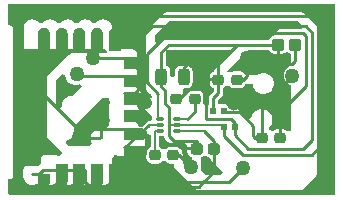
<source format=gtl>
G04*
G04 #@! TF.GenerationSoftware,Altium Limited,Altium Designer,25.4.2 (15)*
G04*
G04 Layer_Physical_Order=1*
G04 Layer_Color=255*
%FSLAX44Y44*%
%MOMM*%
G71*
G04*
G04 #@! TF.SameCoordinates,E356E3B8-936D-4008-B143-5D1E530F3DD3*
G04*
G04*
G04 #@! TF.FilePolarity,Positive*
G04*
G01*
G75*
%ADD10C,0.2500*%
%ADD13C,0.1500*%
%ADD14C,0.2540*%
G04:AMPARAMS|DCode=16|XSize=1mm|YSize=1.1mm|CornerRadius=0.25mm|HoleSize=0mm|Usage=FLASHONLY|Rotation=90.000|XOffset=0mm|YOffset=0mm|HoleType=Round|Shape=RoundedRectangle|*
%AMROUNDEDRECTD16*
21,1,1.0000,0.6000,0,0,90.0*
21,1,0.5000,1.1000,0,0,90.0*
1,1,0.5000,0.3000,0.2500*
1,1,0.5000,0.3000,-0.2500*
1,1,0.5000,-0.3000,-0.2500*
1,1,0.5000,-0.3000,0.2500*
%
%ADD16ROUNDEDRECTD16*%
G04:AMPARAMS|DCode=17|XSize=0.67mm|YSize=0.3mm|CornerRadius=0.0495mm|HoleSize=0mm|Usage=FLASHONLY|Rotation=0.000|XOffset=0mm|YOffset=0mm|HoleType=Round|Shape=RoundedRectangle|*
%AMROUNDEDRECTD17*
21,1,0.6700,0.2010,0,0,0.0*
21,1,0.5710,0.3000,0,0,0.0*
1,1,0.0990,0.2855,-0.1005*
1,1,0.0990,-0.2855,-0.1005*
1,1,0.0990,-0.2855,0.1005*
1,1,0.0990,0.2855,0.1005*
%
%ADD17ROUNDEDRECTD17*%
G04:AMPARAMS|DCode=18|XSize=0.95mm|YSize=1.05mm|CornerRadius=0.2375mm|HoleSize=0mm|Usage=FLASHONLY|Rotation=90.000|XOffset=0mm|YOffset=0mm|HoleType=Round|Shape=RoundedRectangle|*
%AMROUNDEDRECTD18*
21,1,0.9500,0.5750,0,0,90.0*
21,1,0.4750,1.0500,0,0,90.0*
1,1,0.4750,0.2875,0.2375*
1,1,0.4750,0.2875,-0.2375*
1,1,0.4750,-0.2875,-0.2375*
1,1,0.4750,-0.2875,0.2375*
%
%ADD18ROUNDEDRECTD18*%
G04:AMPARAMS|DCode=19|XSize=0.9mm|YSize=0.95mm|CornerRadius=0.225mm|HoleSize=0mm|Usage=FLASHONLY|Rotation=90.000|XOffset=0mm|YOffset=0mm|HoleType=Round|Shape=RoundedRectangle|*
%AMROUNDEDRECTD19*
21,1,0.9000,0.5000,0,0,90.0*
21,1,0.4500,0.9500,0,0,90.0*
1,1,0.4500,0.2500,0.2250*
1,1,0.4500,0.2500,-0.2250*
1,1,0.4500,-0.2500,-0.2250*
1,1,0.4500,-0.2500,0.2250*
%
%ADD19ROUNDEDRECTD19*%
G04:AMPARAMS|DCode=20|XSize=1mm|YSize=1.6mm|CornerRadius=0.25mm|HoleSize=0mm|Usage=FLASHONLY|Rotation=90.000|XOffset=0mm|YOffset=0mm|HoleType=Round|Shape=RoundedRectangle|*
%AMROUNDEDRECTD20*
21,1,1.0000,1.1000,0,0,90.0*
21,1,0.5000,1.6000,0,0,90.0*
1,1,0.5000,0.5500,0.2500*
1,1,0.5000,0.5500,-0.2500*
1,1,0.5000,-0.5500,-0.2500*
1,1,0.5000,-0.5500,0.2500*
%
%ADD20ROUNDEDRECTD20*%
G04:AMPARAMS|DCode=21|XSize=1.6mm|YSize=1mm|CornerRadius=0.25mm|HoleSize=0mm|Usage=FLASHONLY|Rotation=90.000|XOffset=0mm|YOffset=0mm|HoleType=Round|Shape=RoundedRectangle|*
%AMROUNDEDRECTD21*
21,1,1.6000,0.5000,0,0,90.0*
21,1,1.1000,1.0000,0,0,90.0*
1,1,0.5000,0.2500,0.5500*
1,1,0.5000,0.2500,-0.5500*
1,1,0.5000,-0.2500,-0.5500*
1,1,0.5000,-0.2500,0.5500*
%
%ADD21ROUNDEDRECTD21*%
G04:AMPARAMS|DCode=22|XSize=0.55mm|YSize=0.5mm|CornerRadius=0.0625mm|HoleSize=0mm|Usage=FLASHONLY|Rotation=90.000|XOffset=0mm|YOffset=0mm|HoleType=Round|Shape=RoundedRectangle|*
%AMROUNDEDRECTD22*
21,1,0.5500,0.3750,0,0,90.0*
21,1,0.4250,0.5000,0,0,90.0*
1,1,0.1250,0.1875,0.2125*
1,1,0.1250,0.1875,-0.2125*
1,1,0.1250,-0.1875,-0.2125*
1,1,0.1250,-0.1875,0.2125*
%
%ADD22ROUNDEDRECTD22*%
G04:AMPARAMS|DCode=23|XSize=1.4mm|YSize=1mm|CornerRadius=0.25mm|HoleSize=0mm|Usage=FLASHONLY|Rotation=90.000|XOffset=0mm|YOffset=0mm|HoleType=Round|Shape=RoundedRectangle|*
%AMROUNDEDRECTD23*
21,1,1.4000,0.5000,0,0,90.0*
21,1,0.9000,1.0000,0,0,90.0*
1,1,0.5000,0.2500,0.4500*
1,1,0.5000,0.2500,-0.4500*
1,1,0.5000,-0.2500,-0.4500*
1,1,0.5000,-0.2500,0.4500*
%
%ADD23ROUNDEDRECTD23*%
G04:AMPARAMS|DCode=27|XSize=0.9mm|YSize=1mm|CornerRadius=0.225mm|HoleSize=0mm|Usage=FLASHONLY|Rotation=90.000|XOffset=0mm|YOffset=0mm|HoleType=Round|Shape=RoundedRectangle|*
%AMROUNDEDRECTD27*
21,1,0.9000,0.5500,0,0,90.0*
21,1,0.4500,1.0000,0,0,90.0*
1,1,0.4500,0.2750,0.2250*
1,1,0.4500,0.2750,-0.2250*
1,1,0.4500,-0.2750,-0.2250*
1,1,0.4500,-0.2750,0.2250*
%
%ADD27ROUNDEDRECTD27*%
%ADD33C,0.2413*%
%ADD34C,1.0500*%
%ADD35C,1.3000*%
%ADD36C,1.2700*%
G36*
X278638Y254D02*
X4256D01*
X2032Y1016D01*
Y13904D01*
X3464D01*
X4455Y14101D01*
X5295Y14663D01*
X5857Y15503D01*
X6054Y16494D01*
Y141494D01*
X5857Y142485D01*
X5295Y143325D01*
X4455Y143887D01*
X3464Y144084D01*
X2032D01*
Y162052D01*
X278638D01*
Y254D01*
D02*
G37*
%LPC*%
G36*
X248920Y155777D02*
X137160D01*
X135673Y155481D01*
X134413Y154639D01*
X119935Y140161D01*
X119093Y138901D01*
X118797Y137414D01*
Y114954D01*
X118809Y114939D01*
X118957Y114723D01*
X119094Y114500D01*
X119219Y114270D01*
X119331Y114034D01*
X119432Y113792D01*
X119519Y113545D01*
X119593Y113294D01*
X119654Y113040D01*
X119702Y112782D01*
X119736Y112523D01*
X119757Y112262D01*
X119764Y112000D01*
X119757Y111738D01*
X119736Y111477D01*
X119702Y111218D01*
X119654Y110960D01*
X119593Y110706D01*
X119519Y110455D01*
X119432Y110208D01*
X119331Y109966D01*
X119219Y109730D01*
X119094Y109500D01*
X118957Y109277D01*
X118809Y109061D01*
X118797Y109046D01*
Y99954D01*
X118809Y99939D01*
X118957Y99723D01*
X119094Y99500D01*
X119219Y99270D01*
X119331Y99034D01*
X119432Y98792D01*
X119519Y98545D01*
X119593Y98294D01*
X119654Y98040D01*
X119702Y97782D01*
X119736Y97523D01*
X119757Y97262D01*
X119764Y97000D01*
X119757Y96738D01*
X119736Y96477D01*
X119702Y96218D01*
X119654Y95960D01*
X119593Y95706D01*
X119519Y95455D01*
X119432Y95208D01*
X119331Y94966D01*
X119219Y94730D01*
X119094Y94500D01*
X118957Y94277D01*
X118809Y94061D01*
X118797Y94046D01*
Y91440D01*
X119093Y89953D01*
X119935Y88693D01*
X122475Y86153D01*
X122915Y85859D01*
X123424Y83348D01*
X123337Y82801D01*
X123236Y82700D01*
X121202Y82086D01*
X120368Y81976D01*
X119724Y82620D01*
X119736Y82523D01*
X119757Y82262D01*
X119764Y82000D01*
X119757Y81738D01*
X119736Y81477D01*
X119702Y81218D01*
X119654Y80960D01*
X119593Y80706D01*
X119519Y80455D01*
X119432Y80208D01*
X119331Y79966D01*
X119219Y79730D01*
X119094Y79500D01*
X118957Y79277D01*
X118809Y79061D01*
X118649Y78853D01*
X118479Y78654D01*
X118299Y78464D01*
X118109Y78284D01*
X117910Y78114D01*
X117703Y77955D01*
X117487Y77807D01*
X117264Y77670D01*
X117034Y77545D01*
X116797Y77432D01*
X116556Y77332D01*
X116309Y77245D01*
X116058Y77170D01*
X115803Y77109D01*
X115546Y77062D01*
X115286Y77027D01*
X115025Y77007D01*
X114764Y77000D01*
X114356D01*
X123745Y67611D01*
X124163Y67332D01*
X123967Y64856D01*
X121920Y63321D01*
X120433Y63025D01*
X119173Y62183D01*
X114969Y57979D01*
X114473Y57906D01*
X113944Y57932D01*
X113581Y58046D01*
X112202Y58775D01*
X112170Y58836D01*
X112160Y58904D01*
X112073Y59151D01*
X112038Y59209D01*
X112024Y59277D01*
X111924Y59519D01*
X111886Y59576D01*
X111869Y59642D01*
X111757Y59879D01*
X111715Y59934D01*
X111695Y60000D01*
X111570Y60230D01*
X111526Y60283D01*
X111502Y60347D01*
X111365Y60570D01*
X111319Y60621D01*
X111292Y60684D01*
X111143Y60900D01*
X111094Y60948D01*
X111064Y61009D01*
X110904Y61217D01*
X110853Y61262D01*
X110819Y61322D01*
X110649Y61522D01*
X110595Y61564D01*
X110558Y61622D01*
X110378Y61812D01*
X110322Y61852D01*
X110282Y61908D01*
X110185Y62000D01*
X99764D01*
Y72000D01*
X112536D01*
X112518Y72220D01*
X112500Y72286D01*
X112504Y72355D01*
X112470Y72614D01*
X112448Y72679D01*
X112449Y72748D01*
X112401Y73006D01*
X112376Y73069D01*
X112373Y73138D01*
X112312Y73393D01*
X112283Y73455D01*
X112277Y73524D01*
X112202Y73775D01*
X112170Y73836D01*
X112160Y73904D01*
X112073Y74151D01*
X112038Y74209D01*
X112024Y74277D01*
X111924Y74519D01*
X111886Y74576D01*
X111869Y74642D01*
X111757Y74879D01*
X111715Y74934D01*
X111695Y75000D01*
X111570Y75230D01*
X111526Y75283D01*
X111502Y75347D01*
X111365Y75570D01*
X111319Y75621D01*
X111292Y75684D01*
X111143Y75900D01*
X111094Y75948D01*
X111064Y76009D01*
X110904Y76217D01*
X110853Y76262D01*
X110819Y76322D01*
X110649Y76522D01*
X110595Y76564D01*
X110558Y76622D01*
X110378Y76812D01*
X110393Y77000D01*
X99764D01*
Y87000D01*
X114764D01*
X115025Y86993D01*
X115286Y86973D01*
X115384Y86960D01*
X113103Y89241D01*
X111842Y90083D01*
X111626Y90126D01*
X111570Y90230D01*
X111526Y90283D01*
X111502Y90347D01*
X111365Y90570D01*
X111319Y90621D01*
X111292Y90684D01*
X111143Y90900D01*
X111094Y90948D01*
X111064Y91009D01*
X110904Y91217D01*
X110853Y91263D01*
X110819Y91323D01*
X110649Y91522D01*
X110595Y91564D01*
X110558Y91622D01*
X110378Y91812D01*
X110322Y91852D01*
X110282Y91908D01*
X110185Y92000D01*
X99764D01*
Y102000D01*
X112536D01*
X112518Y102220D01*
X112500Y102286D01*
X112504Y102355D01*
X112470Y102614D01*
X112448Y102679D01*
X112449Y102748D01*
X112401Y103006D01*
X112376Y103069D01*
X112373Y103138D01*
X112312Y103392D01*
X112283Y103455D01*
X112277Y103524D01*
X112202Y103775D01*
X112170Y103836D01*
X112160Y103904D01*
X112073Y104150D01*
X112038Y104209D01*
X112024Y104277D01*
X111924Y104519D01*
X111886Y104576D01*
X111869Y104642D01*
X111757Y104879D01*
X111715Y104934D01*
X111695Y105000D01*
X111570Y105230D01*
X111526Y105283D01*
X111502Y105347D01*
X111365Y105570D01*
X111319Y105621D01*
X111292Y105684D01*
X111144Y105900D01*
X111094Y105948D01*
X111064Y106010D01*
X110904Y106217D01*
X110853Y106263D01*
X110819Y106323D01*
X110649Y106522D01*
X110595Y106564D01*
X110558Y106622D01*
X110378Y106812D01*
X110322Y106852D01*
X110282Y106908D01*
X110185Y107000D01*
X99764D01*
Y117000D01*
X112536D01*
X112518Y117220D01*
X112500Y117286D01*
X112504Y117355D01*
X112470Y117614D01*
X112448Y117679D01*
X112449Y117748D01*
X112401Y118006D01*
X112376Y118069D01*
X112373Y118138D01*
X112312Y118392D01*
X112283Y118455D01*
X112277Y118524D01*
X112202Y118775D01*
X112170Y118836D01*
X112160Y118904D01*
X112073Y119150D01*
X112038Y119209D01*
X112024Y119277D01*
X111924Y119519D01*
X111886Y119576D01*
X111869Y119642D01*
X111757Y119879D01*
X111715Y119934D01*
X111695Y120000D01*
X111570Y120230D01*
X111526Y120283D01*
X111502Y120347D01*
X111365Y120570D01*
X111319Y120621D01*
X111292Y120684D01*
X111144Y120900D01*
X111094Y120948D01*
X111064Y121010D01*
X110904Y121217D01*
X110853Y121263D01*
X110819Y121322D01*
X110649Y121522D01*
X110595Y121564D01*
X110558Y121622D01*
X110378Y121812D01*
X110322Y121852D01*
X110282Y121908D01*
X110092Y122088D01*
X110034Y122125D01*
X109992Y122179D01*
X109793Y122349D01*
X109733Y122383D01*
X109687Y122434D01*
X109479Y122594D01*
X109418Y122624D01*
X109370Y122673D01*
X109154Y122822D01*
X109091Y122849D01*
X109040Y122896D01*
X108817Y123032D01*
X108753Y123056D01*
X108700Y123100D01*
X108470Y123225D01*
X108404Y123245D01*
X108349Y123287D01*
X108113Y123399D01*
X108046Y123416D01*
X107989Y123454D01*
X107747Y123554D01*
X107695Y123565D01*
X107431Y123742D01*
X105464Y124133D01*
X97264D01*
Y122000D01*
X87264D01*
Y137000D01*
X87271Y137262D01*
X87291Y137523D01*
X87325Y137782D01*
X87373Y138040D01*
X87434Y138294D01*
X87508Y138545D01*
X87596Y138792D01*
X87696Y139034D01*
X87809Y139270D01*
X87934Y139500D01*
X88070Y139723D01*
X88219Y139939D01*
X88378Y140147D01*
X88548Y140346D01*
X88728Y140535D01*
X88918Y140716D01*
X89117Y140886D01*
X89325Y141045D01*
X89541Y141193D01*
X89764Y141330D01*
X89994Y141455D01*
X90103Y141507D01*
Y141994D01*
X89712Y143961D01*
X89535Y144225D01*
X89524Y144277D01*
X89424Y144519D01*
X89386Y144576D01*
X89369Y144643D01*
X89256Y144879D01*
X89215Y144934D01*
X89195Y145000D01*
X89070Y145230D01*
X89026Y145283D01*
X89002Y145347D01*
X88866Y145570D01*
X88819Y145621D01*
X88792Y145684D01*
X88643Y145900D01*
X88594Y145948D01*
X88564Y146010D01*
X88404Y146217D01*
X88353Y146263D01*
X88319Y146322D01*
X88149Y146522D01*
X88095Y146564D01*
X88058Y146622D01*
X87878Y146812D01*
X87822Y146852D01*
X87782Y146908D01*
X87592Y147088D01*
X87534Y147125D01*
X87492Y147179D01*
X87292Y147349D01*
X87233Y147383D01*
X87187Y147434D01*
X86980Y147594D01*
X86918Y147624D01*
X86870Y147673D01*
X86654Y147822D01*
X86591Y147849D01*
X86540Y147896D01*
X86317Y148032D01*
X86253Y148056D01*
X86200Y148100D01*
X85970Y148225D01*
X85904Y148245D01*
X85849Y148287D01*
X85613Y148399D01*
X85546Y148416D01*
X85489Y148454D01*
X85247Y148554D01*
X85179Y148568D01*
X85120Y148603D01*
X84874Y148691D01*
X84805Y148700D01*
X84745Y148732D01*
X84494Y148807D01*
X84425Y148813D01*
X84363Y148842D01*
X84108Y148903D01*
X84039Y148906D01*
X83975Y148931D01*
X83718Y148979D01*
X83649Y148978D01*
X83584Y149000D01*
X83325Y149034D01*
X83256Y149030D01*
X83190Y149048D01*
X82929Y149069D01*
X82860Y149061D01*
X82793Y149076D01*
X82532Y149083D01*
X82464Y149071D01*
X82396Y149083D01*
X82135Y149076D01*
X82067Y149061D01*
X81999Y149069D01*
X81738Y149048D01*
X81672Y149030D01*
X81603Y149034D01*
X81344Y149000D01*
X81279Y148978D01*
X81210Y148979D01*
X80953Y148931D01*
X80889Y148906D01*
X80820Y148903D01*
X80565Y148842D01*
X80503Y148813D01*
X80434Y148807D01*
X80183Y148732D01*
X80122Y148700D01*
X80055Y148691D01*
X79808Y148603D01*
X79749Y148568D01*
X79681Y148554D01*
X79439Y148454D01*
X79382Y148416D01*
X79315Y148399D01*
X79079Y148287D01*
X79024Y148245D01*
X78958Y148225D01*
X78728Y148100D01*
X78675Y148056D01*
X78611Y148032D01*
X78388Y147896D01*
X78337Y147849D01*
X78274Y147822D01*
X78058Y147673D01*
X78010Y147624D01*
X77948Y147594D01*
X77741Y147434D01*
X77695Y147383D01*
X77635Y147349D01*
X77436Y147179D01*
X77394Y147125D01*
X77336Y147088D01*
X77146Y146908D01*
X77106Y146852D01*
X77050Y146812D01*
X76870Y146622D01*
X76833Y146564D01*
X76779Y146522D01*
X76609Y146323D01*
X76575Y146263D01*
X76524Y146217D01*
X76364Y146009D01*
X75679Y145817D01*
X75347Y145772D01*
X75067Y145744D01*
X74861D01*
X74577Y145773D01*
X74250Y145817D01*
X73564Y146010D01*
X73404Y146217D01*
X73353Y146263D01*
X73319Y146322D01*
X73149Y146522D01*
X73095Y146564D01*
X73058Y146622D01*
X72878Y146812D01*
X72822Y146852D01*
X72782Y146908D01*
X72592Y147088D01*
X72534Y147125D01*
X72492Y147179D01*
X72293Y147349D01*
X72233Y147382D01*
X72187Y147434D01*
X71979Y147594D01*
X71918Y147624D01*
X71870Y147673D01*
X71654Y147822D01*
X71591Y147849D01*
X71540Y147896D01*
X71317Y148032D01*
X71253Y148056D01*
X71200Y148100D01*
X70970Y148225D01*
X70904Y148245D01*
X70849Y148287D01*
X70613Y148399D01*
X70546Y148416D01*
X70489Y148454D01*
X70247Y148554D01*
X70179Y148568D01*
X70120Y148603D01*
X69873Y148691D01*
X69805Y148700D01*
X69745Y148732D01*
X69494Y148807D01*
X69425Y148813D01*
X69363Y148842D01*
X69108Y148903D01*
X69040Y148906D01*
X68976Y148931D01*
X68718Y148979D01*
X68649Y148978D01*
X68584Y149000D01*
X68325Y149034D01*
X68256Y149030D01*
X68190Y149048D01*
X67929Y149069D01*
X67860Y149061D01*
X67793Y149076D01*
X67532Y149083D01*
X67464Y149071D01*
X67396Y149083D01*
X67135Y149076D01*
X67067Y149061D01*
X66999Y149069D01*
X66738Y149048D01*
X66672Y149030D01*
X66603Y149034D01*
X66344Y149000D01*
X66279Y148978D01*
X66210Y148979D01*
X65953Y148931D01*
X65889Y148906D01*
X65820Y148903D01*
X65565Y148842D01*
X65503Y148813D01*
X65434Y148807D01*
X65183Y148732D01*
X65123Y148700D01*
X65054Y148691D01*
X64808Y148603D01*
X64749Y148568D01*
X64681Y148554D01*
X64439Y148454D01*
X64382Y148416D01*
X64315Y148399D01*
X64079Y148286D01*
X64024Y148245D01*
X63958Y148225D01*
X63728Y148100D01*
X63675Y148056D01*
X63611Y148032D01*
X63388Y147896D01*
X63337Y147849D01*
X63274Y147822D01*
X63058Y147673D01*
X63010Y147624D01*
X62948Y147594D01*
X62741Y147434D01*
X62695Y147383D01*
X62635Y147349D01*
X62436Y147179D01*
X62394Y147125D01*
X62336Y147088D01*
X62146Y146908D01*
X62106Y146852D01*
X62050Y146812D01*
X61870Y146622D01*
X61833Y146564D01*
X61779Y146522D01*
X61609Y146322D01*
X61575Y146263D01*
X61524Y146217D01*
X61364Y146010D01*
X60678Y145817D01*
X60350Y145772D01*
X60067Y145744D01*
X59861D01*
X59578Y145772D01*
X59250Y145817D01*
X58564Y146010D01*
X58404Y146217D01*
X58353Y146263D01*
X58319Y146322D01*
X58149Y146522D01*
X58095Y146564D01*
X58058Y146622D01*
X57878Y146812D01*
X57822Y146852D01*
X57782Y146908D01*
X57592Y147088D01*
X57534Y147125D01*
X57492Y147179D01*
X57293Y147349D01*
X57232Y147383D01*
X57187Y147434D01*
X56979Y147594D01*
X56918Y147624D01*
X56870Y147673D01*
X56654Y147822D01*
X56591Y147849D01*
X56540Y147896D01*
X56317Y148032D01*
X56253Y148056D01*
X56200Y148100D01*
X55970Y148225D01*
X55904Y148245D01*
X55849Y148287D01*
X55613Y148399D01*
X55546Y148416D01*
X55489Y148454D01*
X55247Y148554D01*
X55179Y148568D01*
X55120Y148603D01*
X54874Y148691D01*
X54805Y148700D01*
X54745Y148732D01*
X54494Y148807D01*
X54425Y148813D01*
X54363Y148842D01*
X54108Y148903D01*
X54040Y148906D01*
X53976Y148931D01*
X53718Y148979D01*
X53649Y148978D01*
X53584Y149000D01*
X53325Y149034D01*
X53256Y149030D01*
X53190Y149048D01*
X52929Y149069D01*
X52860Y149061D01*
X52793Y149076D01*
X52532Y149083D01*
X52464Y149071D01*
X52396Y149083D01*
X52135Y149076D01*
X52067Y149061D01*
X51999Y149069D01*
X51738Y149048D01*
X51672Y149030D01*
X51603Y149034D01*
X51344Y149000D01*
X51279Y148978D01*
X51210Y148979D01*
X50953Y148931D01*
X50889Y148906D01*
X50820Y148903D01*
X50565Y148842D01*
X50503Y148813D01*
X50434Y148807D01*
X50183Y148732D01*
X50122Y148700D01*
X50054Y148691D01*
X49808Y148603D01*
X49749Y148568D01*
X49681Y148554D01*
X49439Y148454D01*
X49382Y148416D01*
X49315Y148399D01*
X49079Y148287D01*
X49024Y148245D01*
X48958Y148225D01*
X48728Y148100D01*
X48675Y148056D01*
X48611Y148032D01*
X48388Y147896D01*
X48337Y147849D01*
X48274Y147822D01*
X48058Y147673D01*
X48010Y147624D01*
X47948Y147594D01*
X47741Y147434D01*
X47695Y147383D01*
X47635Y147349D01*
X47436Y147179D01*
X47394Y147125D01*
X47336Y147088D01*
X47146Y146908D01*
X47106Y146852D01*
X47050Y146812D01*
X46870Y146622D01*
X46833Y146564D01*
X46779Y146522D01*
X46609Y146322D01*
X46575Y146263D01*
X46524Y146217D01*
X46364Y146010D01*
X45678Y145817D01*
X45350Y145772D01*
X45067Y145744D01*
X44861D01*
X44578Y145772D01*
X44250Y145817D01*
X43564Y146010D01*
X43404Y146217D01*
X43353Y146263D01*
X43319Y146322D01*
X43149Y146522D01*
X43095Y146564D01*
X43058Y146622D01*
X42878Y146812D01*
X42822Y146852D01*
X42782Y146908D01*
X42592Y147088D01*
X42534Y147125D01*
X42491Y147179D01*
X42292Y147349D01*
X42232Y147383D01*
X42187Y147434D01*
X41979Y147594D01*
X41918Y147624D01*
X41870Y147673D01*
X41654Y147822D01*
X41591Y147849D01*
X41540Y147896D01*
X41317Y148032D01*
X41252Y148056D01*
X41200Y148100D01*
X40970Y148225D01*
X40904Y148245D01*
X40849Y148287D01*
X40613Y148399D01*
X40546Y148416D01*
X40489Y148454D01*
X40247Y148554D01*
X40179Y148568D01*
X40120Y148603D01*
X39873Y148691D01*
X39805Y148700D01*
X39745Y148732D01*
X39494Y148807D01*
X39425Y148813D01*
X39363Y148842D01*
X39108Y148903D01*
X39039Y148906D01*
X38976Y148931D01*
X38718Y148979D01*
X38649Y148978D01*
X38584Y149000D01*
X38325Y149034D01*
X38256Y149030D01*
X38190Y149048D01*
X37929Y149069D01*
X37861Y149061D01*
X37793Y149076D01*
X37532Y149083D01*
X37464Y149071D01*
X37396Y149083D01*
X37135Y149076D01*
X37067Y149061D01*
X36999Y149069D01*
X36738Y149048D01*
X36672Y149030D01*
X36603Y149034D01*
X36344Y149000D01*
X36279Y148978D01*
X36210Y148979D01*
X35952Y148931D01*
X35889Y148906D01*
X35820Y148903D01*
X35565Y148842D01*
X35503Y148813D01*
X35434Y148807D01*
X35183Y148732D01*
X35123Y148700D01*
X35055Y148691D01*
X34808Y148603D01*
X34748Y148568D01*
X34681Y148554D01*
X34439Y148454D01*
X34382Y148416D01*
X34315Y148399D01*
X34079Y148287D01*
X34024Y148245D01*
X33958Y148225D01*
X33728Y148100D01*
X33675Y148056D01*
X33611Y148032D01*
X33388Y147896D01*
X33337Y147849D01*
X33274Y147822D01*
X33058Y147673D01*
X33010Y147624D01*
X32948Y147594D01*
X32741Y147434D01*
X32695Y147383D01*
X32635Y147349D01*
X32436Y147179D01*
X32394Y147125D01*
X32336Y147088D01*
X32146Y146908D01*
X32106Y146852D01*
X32050Y146812D01*
X31870Y146622D01*
X31833Y146564D01*
X31779Y146522D01*
X31609Y146322D01*
X31575Y146263D01*
X31524Y146217D01*
X31364Y146010D01*
X30678Y145817D01*
X30350Y145772D01*
X30067Y145744D01*
X29860D01*
X29578Y145772D01*
X29250Y145817D01*
X28564Y146010D01*
X28404Y146217D01*
X28353Y146263D01*
X28319Y146322D01*
X28149Y146522D01*
X28095Y146564D01*
X28058Y146622D01*
X27878Y146812D01*
X27822Y146852D01*
X27782Y146908D01*
X27592Y147088D01*
X27534Y147125D01*
X27492Y147179D01*
X27292Y147349D01*
X27232Y147383D01*
X27187Y147434D01*
X26979Y147594D01*
X26918Y147624D01*
X26870Y147673D01*
X26654Y147822D01*
X26591Y147849D01*
X26540Y147896D01*
X26317Y148032D01*
X26253Y148056D01*
X26200Y148100D01*
X25970Y148225D01*
X25904Y148245D01*
X25849Y148287D01*
X25613Y148399D01*
X25546Y148416D01*
X25489Y148454D01*
X25247Y148554D01*
X25179Y148568D01*
X25120Y148603D01*
X24873Y148691D01*
X24805Y148700D01*
X24745Y148732D01*
X24494Y148807D01*
X24425Y148813D01*
X24363Y148842D01*
X24108Y148903D01*
X24039Y148906D01*
X23976Y148931D01*
X23718Y148979D01*
X23649Y148978D01*
X23584Y149000D01*
X23325Y149034D01*
X23256Y149030D01*
X23190Y149048D01*
X22929Y149069D01*
X22861Y149061D01*
X22793Y149076D01*
X22532Y149083D01*
X22464Y149071D01*
X22396Y149083D01*
X22135Y149076D01*
X22067Y149061D01*
X21999Y149069D01*
X21738Y149048D01*
X21672Y149030D01*
X21603Y149034D01*
X21344Y149000D01*
X21279Y148978D01*
X21210Y148979D01*
X20952Y148931D01*
X20889Y148906D01*
X20820Y148903D01*
X20565Y148842D01*
X20503Y148813D01*
X20434Y148807D01*
X20183Y148732D01*
X20123Y148700D01*
X20055Y148691D01*
X19808Y148603D01*
X19749Y148568D01*
X19681Y148554D01*
X19439Y148454D01*
X19382Y148416D01*
X19315Y148399D01*
X19079Y148287D01*
X19024Y148245D01*
X18958Y148225D01*
X18728Y148100D01*
X18675Y148056D01*
X18611Y148032D01*
X18388Y147896D01*
X18337Y147849D01*
X18274Y147822D01*
X18058Y147673D01*
X18010Y147624D01*
X17948Y147594D01*
X17741Y147434D01*
X17695Y147383D01*
X17635Y147349D01*
X17436Y147179D01*
X17394Y147125D01*
X17336Y147088D01*
X17146Y146908D01*
X17106Y146852D01*
X17050Y146812D01*
X16870Y146622D01*
X16833Y146564D01*
X16779Y146522D01*
X16609Y146322D01*
X16575Y146263D01*
X16524Y146217D01*
X16364Y146010D01*
X16334Y145948D01*
X16285Y145900D01*
X16136Y145684D01*
X16109Y145621D01*
X16063Y145570D01*
X15926Y145347D01*
X15902Y145283D01*
X15858Y145230D01*
X15733Y145000D01*
X15713Y144934D01*
X15671Y144879D01*
X15559Y144643D01*
X15542Y144576D01*
X15504Y144519D01*
X15403Y144277D01*
X15393Y144225D01*
X15216Y143961D01*
X14825Y141994D01*
Y130994D01*
X14874Y130747D01*
Y126494D01*
X15071Y125503D01*
X15633Y124663D01*
X16473Y124101D01*
X17464Y123904D01*
X27264D01*
Y137000D01*
X27271Y137262D01*
X27291Y137523D01*
X27325Y137782D01*
X27373Y138040D01*
X27434Y138294D01*
X27508Y138545D01*
X27596Y138792D01*
X27696Y139034D01*
X27809Y139270D01*
X27934Y139500D01*
X28070Y139723D01*
X28219Y139939D01*
X28378Y140147D01*
X28548Y140346D01*
X28728Y140535D01*
X28918Y140716D01*
X29117Y140886D01*
X29325Y141045D01*
X29541Y141193D01*
X29764Y141330D01*
X29994Y141455D01*
X30230Y141568D01*
X30472Y141668D01*
X30719Y141755D01*
X30970Y141830D01*
X31224Y141891D01*
X31481Y141938D01*
X31741Y141973D01*
X32002Y141993D01*
X32264Y142000D01*
X32525Y141993D01*
X32786Y141973D01*
X33046Y141938D01*
X33303Y141891D01*
X33558Y141830D01*
X33809Y141755D01*
X34056Y141668D01*
X34297Y141568D01*
X34534Y141455D01*
X34764Y141330D01*
X34987Y141193D01*
X35203Y141045D01*
X35410Y140886D01*
X35609Y140716D01*
X35799Y140535D01*
X35979Y140346D01*
X36149Y140147D01*
X36309Y139939D01*
X36457Y139723D01*
X36594Y139500D01*
X36719Y139270D01*
X36831Y139034D01*
X36932Y138792D01*
X37019Y138545D01*
X37093Y138294D01*
X37155Y138040D01*
X37202Y137782D01*
X37236Y137523D01*
X37257Y137262D01*
X37264Y137000D01*
Y123904D01*
X42264D01*
Y137000D01*
X42271Y137262D01*
X42291Y137523D01*
X42325Y137782D01*
X42373Y138040D01*
X42434Y138294D01*
X42508Y138545D01*
X42596Y138792D01*
X42696Y139034D01*
X42809Y139270D01*
X42934Y139500D01*
X43070Y139723D01*
X43219Y139939D01*
X43378Y140147D01*
X43548Y140346D01*
X43728Y140535D01*
X43918Y140716D01*
X44117Y140886D01*
X44325Y141045D01*
X44541Y141193D01*
X44764Y141330D01*
X44994Y141455D01*
X45230Y141568D01*
X45472Y141668D01*
X45719Y141755D01*
X45970Y141830D01*
X46224Y141891D01*
X46481Y141938D01*
X46741Y141973D01*
X47002Y141993D01*
X47264Y142000D01*
X47525Y141993D01*
X47786Y141973D01*
X48046Y141938D01*
X48303Y141891D01*
X48558Y141830D01*
X48809Y141755D01*
X49056Y141668D01*
X49297Y141568D01*
X49534Y141455D01*
X49764Y141330D01*
X49987Y141193D01*
X50203Y141045D01*
X50410Y140886D01*
X50609Y140716D01*
X50799Y140535D01*
X50979Y140346D01*
X51150Y140147D01*
X51309Y139939D01*
X51457Y139723D01*
X51594Y139500D01*
X51719Y139270D01*
X51831Y139034D01*
X51932Y138792D01*
X52019Y138545D01*
X52093Y138294D01*
X52154Y138040D01*
X52202Y137782D01*
X52236Y137523D01*
X52257Y137262D01*
X52264Y137000D01*
Y123904D01*
X57264D01*
Y137000D01*
X57271Y137262D01*
X57291Y137523D01*
X57325Y137782D01*
X57373Y138040D01*
X57434Y138294D01*
X57508Y138545D01*
X57596Y138792D01*
X57696Y139034D01*
X57809Y139270D01*
X57934Y139500D01*
X58070Y139723D01*
X58219Y139939D01*
X58378Y140147D01*
X58548Y140346D01*
X58728Y140535D01*
X58918Y140716D01*
X59117Y140886D01*
X59325Y141045D01*
X59541Y141193D01*
X59764Y141330D01*
X59994Y141455D01*
X60230Y141568D01*
X60472Y141668D01*
X60719Y141755D01*
X60970Y141830D01*
X61224Y141891D01*
X61481Y141938D01*
X61741Y141973D01*
X62002Y141993D01*
X62264Y142000D01*
X62525Y141993D01*
X62786Y141973D01*
X63046Y141938D01*
X63303Y141891D01*
X63558Y141830D01*
X63809Y141755D01*
X64056Y141668D01*
X64297Y141568D01*
X64534Y141455D01*
X64764Y141330D01*
X64987Y141193D01*
X65203Y141045D01*
X65410Y140886D01*
X65609Y140716D01*
X65799Y140535D01*
X65979Y140346D01*
X66149Y140147D01*
X66309Y139939D01*
X66457Y139723D01*
X66594Y139500D01*
X66719Y139270D01*
X66831Y139034D01*
X66932Y138792D01*
X67019Y138545D01*
X67093Y138294D01*
X67154Y138040D01*
X67202Y137782D01*
X67236Y137523D01*
X67257Y137262D01*
X67264Y137000D01*
Y123904D01*
X72264D01*
Y137000D01*
X72271Y137262D01*
X72291Y137523D01*
X72325Y137782D01*
X72373Y138040D01*
X72434Y138294D01*
X72508Y138545D01*
X72596Y138792D01*
X72696Y139034D01*
X72809Y139270D01*
X72934Y139500D01*
X73070Y139723D01*
X73219Y139939D01*
X73378Y140147D01*
X73548Y140346D01*
X73728Y140535D01*
X73918Y140716D01*
X74117Y140886D01*
X74325Y141045D01*
X74541Y141193D01*
X74764Y141330D01*
X74994Y141455D01*
X75230Y141568D01*
X75472Y141668D01*
X75719Y141755D01*
X75970Y141830D01*
X76224Y141891D01*
X76482Y141938D01*
X76741Y141973D01*
X77002Y141993D01*
X77264Y142000D01*
X77525Y141993D01*
X77786Y141973D01*
X78046Y141938D01*
X78303Y141891D01*
X78558Y141830D01*
X78809Y141755D01*
X79056Y141668D01*
X79297Y141568D01*
X79534Y141455D01*
X79764Y141330D01*
X79987Y141193D01*
X80203Y141045D01*
X80410Y140886D01*
X80609Y140716D01*
X80799Y140535D01*
X80979Y140346D01*
X81149Y140147D01*
X81309Y139939D01*
X81457Y139723D01*
X81594Y139500D01*
X81719Y139270D01*
X81832Y139034D01*
X81932Y138792D01*
X82019Y138545D01*
X82093Y138294D01*
X82154Y138040D01*
X82202Y137782D01*
X82236Y137523D01*
X82257Y137262D01*
X82264Y137000D01*
Y123904D01*
X84032D01*
X85600Y121420D01*
X85056Y120379D01*
X55880D01*
X54393Y120083D01*
X53133Y119241D01*
X36115Y102223D01*
X35273Y100963D01*
X34977Y99476D01*
Y61226D01*
Y50800D01*
X35273Y49313D01*
X36115Y48053D01*
X47544Y36624D01*
X47522Y35902D01*
X46679Y33981D01*
X44294Y33326D01*
X43455Y33887D01*
X42464Y34084D01*
X32464D01*
X31473Y33887D01*
X30633Y33325D01*
X30071Y32485D01*
X29874Y31494D01*
Y27240D01*
X29825Y26994D01*
X29579Y26615D01*
X27464Y25084D01*
X25435D01*
X25214Y25128D01*
X19714D01*
X19493Y25084D01*
X17464D01*
X16473Y24887D01*
X15633Y24325D01*
X15071Y23485D01*
X14874Y22494D01*
Y20467D01*
X14830Y20244D01*
Y15744D01*
X15202Y13875D01*
X15567Y13328D01*
X15671Y13109D01*
X15713Y13054D01*
X15733Y12988D01*
X15858Y12758D01*
X15902Y12705D01*
X15926Y12641D01*
X16063Y12418D01*
X16109Y12367D01*
X16136Y12304D01*
X16285Y12088D01*
X16334Y12040D01*
X16364Y11978D01*
X16524Y11771D01*
X16575Y11725D01*
X16609Y11666D01*
X16779Y11466D01*
X16833Y11424D01*
X16870Y11366D01*
X17050Y11176D01*
X17106Y11136D01*
X17146Y11080D01*
X17336Y10900D01*
X17394Y10863D01*
X17436Y10809D01*
X17635Y10639D01*
X17695Y10605D01*
X17741Y10554D01*
X17948Y10394D01*
X18010Y10364D01*
X18058Y10315D01*
X18274Y10166D01*
X18337Y10139D01*
X18388Y10092D01*
X18611Y9956D01*
X18675Y9932D01*
X18728Y9888D01*
X18958Y9763D01*
X19024Y9743D01*
X19079Y9701D01*
X19315Y9589D01*
X19382Y9572D01*
X19439Y9534D01*
X19681Y9434D01*
X19749Y9420D01*
X19808Y9385D01*
X20055Y9298D01*
X20123Y9288D01*
X20183Y9256D01*
X20434Y9181D01*
X20503Y9175D01*
X20565Y9146D01*
X20820Y9085D01*
X20889Y9082D01*
X20952Y9057D01*
X21210Y9009D01*
X21279Y9010D01*
X21344Y8988D01*
X21603Y8954D01*
X21672Y8958D01*
X21738Y8940D01*
X21999Y8919D01*
X22067Y8927D01*
X22135Y8912D01*
X22396Y8905D01*
X22464Y8917D01*
X22532Y8905D01*
X22793Y8912D01*
X22861Y8927D01*
X22929Y8919D01*
X23190Y8940D01*
X23256Y8958D01*
X23325Y8954D01*
X23584Y8988D01*
X23649Y9010D01*
X23718Y9009D01*
X23975Y9057D01*
X24039Y9082D01*
X24108Y9085D01*
X24363Y9146D01*
X24425Y9175D01*
X24494Y9181D01*
X24745Y9256D01*
X24805Y9288D01*
X24873Y9298D01*
X25120Y9385D01*
X25179Y9420D01*
X25247Y9434D01*
X25489Y9534D01*
X25546Y9572D01*
X25613Y9589D01*
X25849Y9701D01*
X25904Y9743D01*
X25970Y9763D01*
X26200Y9888D01*
X26253Y9932D01*
X26317Y9956D01*
X26540Y10092D01*
X26591Y10139D01*
X26654Y10166D01*
X26870Y10315D01*
X26918Y10364D01*
X26979Y10394D01*
X27187Y10554D01*
X27232Y10605D01*
X27292Y10639D01*
X27423Y10751D01*
X27373Y10961D01*
X27325Y11218D01*
X27291Y11477D01*
X27271Y11738D01*
X27264Y12000D01*
Y18000D01*
X37264D01*
Y12000D01*
X37257Y11738D01*
X37236Y11477D01*
X37202Y11218D01*
X37155Y10961D01*
X37093Y10706D01*
X37019Y10455D01*
X36932Y10208D01*
X36831Y9966D01*
X36719Y9730D01*
X36594Y9500D01*
X36457Y9277D01*
X36309Y9061D01*
X36270Y9010D01*
X36279Y9010D01*
X36344Y8988D01*
X36603Y8954D01*
X36672Y8958D01*
X36738Y8940D01*
X36999Y8919D01*
X37067Y8927D01*
X37135Y8912D01*
X37396Y8905D01*
X37464Y8917D01*
X37532Y8905D01*
X37793Y8912D01*
X37861Y8927D01*
X37929Y8919D01*
X38190Y8940D01*
X38256Y8958D01*
X38325Y8954D01*
X38584Y8988D01*
X38649Y9010D01*
X38718Y9009D01*
X38976Y9057D01*
X39039Y9082D01*
X39108Y9085D01*
X39363Y9146D01*
X39425Y9175D01*
X39494Y9181D01*
X39745Y9256D01*
X39806Y9288D01*
X39874Y9298D01*
X40120Y9385D01*
X40179Y9420D01*
X40247Y9434D01*
X40489Y9534D01*
X40546Y9572D01*
X40613Y9589D01*
X40849Y9701D01*
X40904Y9743D01*
X40970Y9763D01*
X41200Y9888D01*
X41253Y9932D01*
X41317Y9956D01*
X41540Y10092D01*
X41591Y10139D01*
X41654Y10166D01*
X41870Y10315D01*
X41918Y10364D01*
X41979Y10394D01*
X42187Y10554D01*
X42232Y10605D01*
X42292Y10639D01*
X42423Y10751D01*
X42373Y10961D01*
X42325Y11218D01*
X42291Y11477D01*
X42271Y11738D01*
X42264Y12000D01*
Y27000D01*
X52264D01*
Y12000D01*
X52257Y11738D01*
X52236Y11477D01*
X52202Y11218D01*
X52154Y10961D01*
X52093Y10706D01*
X52019Y10455D01*
X51932Y10208D01*
X51831Y9966D01*
X51719Y9730D01*
X51594Y9500D01*
X51457Y9277D01*
X51309Y9061D01*
X51270Y9010D01*
X51279Y9010D01*
X51344Y8988D01*
X51603Y8954D01*
X51672Y8958D01*
X51738Y8940D01*
X51999Y8919D01*
X52067Y8927D01*
X52135Y8912D01*
X52396Y8905D01*
X52464Y8917D01*
X52532Y8905D01*
X52793Y8912D01*
X52860Y8927D01*
X52929Y8919D01*
X53190Y8940D01*
X53256Y8958D01*
X53325Y8954D01*
X53584Y8988D01*
X53649Y9010D01*
X53718Y9009D01*
X53976Y9057D01*
X54039Y9082D01*
X54108Y9085D01*
X54363Y9146D01*
X54425Y9175D01*
X54494Y9181D01*
X54745Y9256D01*
X54805Y9288D01*
X54874Y9298D01*
X55120Y9385D01*
X55179Y9420D01*
X55247Y9434D01*
X55489Y9534D01*
X55546Y9572D01*
X55613Y9589D01*
X55849Y9701D01*
X55904Y9743D01*
X55970Y9763D01*
X56200Y9888D01*
X56253Y9932D01*
X56317Y9956D01*
X56540Y10092D01*
X56591Y10139D01*
X56654Y10166D01*
X56870Y10315D01*
X56918Y10364D01*
X56979Y10394D01*
X57187Y10554D01*
X57232Y10605D01*
X57293Y10639D01*
X57423Y10751D01*
X57373Y10961D01*
X57325Y11218D01*
X57291Y11477D01*
X57271Y11738D01*
X57264Y12000D01*
Y27000D01*
X67264D01*
Y12000D01*
X67257Y11738D01*
X67236Y11477D01*
X67202Y11218D01*
X67154Y10961D01*
X67093Y10706D01*
X67019Y10455D01*
X66932Y10208D01*
X66831Y9966D01*
X66719Y9730D01*
X66594Y9500D01*
X66457Y9277D01*
X66309Y9061D01*
X66270Y9010D01*
X66279Y9010D01*
X66344Y8988D01*
X66603Y8954D01*
X66672Y8958D01*
X66738Y8940D01*
X66999Y8919D01*
X67067Y8927D01*
X67135Y8912D01*
X67396Y8905D01*
X67464Y8917D01*
X67532Y8905D01*
X67793Y8912D01*
X67860Y8927D01*
X67929Y8919D01*
X68190Y8940D01*
X68256Y8958D01*
X68325Y8954D01*
X68584Y8988D01*
X68649Y9010D01*
X68718Y9009D01*
X68976Y9057D01*
X69039Y9082D01*
X69108Y9085D01*
X69363Y9146D01*
X69425Y9175D01*
X69494Y9181D01*
X69745Y9256D01*
X69805Y9288D01*
X69873Y9298D01*
X70120Y9385D01*
X70179Y9420D01*
X70247Y9434D01*
X70489Y9534D01*
X70546Y9572D01*
X70613Y9589D01*
X70849Y9701D01*
X70904Y9743D01*
X70970Y9763D01*
X71200Y9888D01*
X71253Y9932D01*
X71317Y9956D01*
X71540Y10092D01*
X71591Y10139D01*
X71654Y10166D01*
X71870Y10315D01*
X71918Y10364D01*
X71979Y10394D01*
X72187Y10554D01*
X72233Y10605D01*
X72293Y10639D01*
X72423Y10751D01*
X72373Y10961D01*
X72325Y11218D01*
X72291Y11477D01*
X72271Y11738D01*
X72264Y12000D01*
Y27000D01*
X82264D01*
Y12000D01*
X82257Y11738D01*
X82236Y11477D01*
X82202Y11218D01*
X82154Y10961D01*
X82093Y10706D01*
X82019Y10455D01*
X81932Y10208D01*
X81832Y9966D01*
X81719Y9730D01*
X81594Y9500D01*
X81457Y9277D01*
X81309Y9061D01*
X81270Y9010D01*
X81279Y9010D01*
X81344Y8988D01*
X81603Y8954D01*
X81672Y8958D01*
X81738Y8940D01*
X81999Y8919D01*
X82067Y8927D01*
X82135Y8912D01*
X82396Y8905D01*
X82464Y8917D01*
X82532Y8905D01*
X82793Y8912D01*
X82860Y8927D01*
X82929Y8919D01*
X83190Y8940D01*
X83256Y8958D01*
X83325Y8954D01*
X83584Y8988D01*
X83649Y9010D01*
X83718Y9009D01*
X83975Y9057D01*
X84039Y9082D01*
X84108Y9085D01*
X84363Y9146D01*
X84425Y9175D01*
X84494Y9181D01*
X84745Y9256D01*
X84805Y9288D01*
X84874Y9298D01*
X85120Y9385D01*
X85179Y9420D01*
X85247Y9434D01*
X85489Y9534D01*
X85546Y9572D01*
X85613Y9589D01*
X85849Y9701D01*
X85904Y9743D01*
X85970Y9763D01*
X86200Y9888D01*
X86253Y9932D01*
X86317Y9956D01*
X86540Y10092D01*
X86591Y10139D01*
X86654Y10166D01*
X86870Y10315D01*
X86918Y10364D01*
X86980Y10394D01*
X87187Y10554D01*
X87233Y10605D01*
X87292Y10639D01*
X87423Y10751D01*
X87373Y10961D01*
X87325Y11218D01*
X87291Y11477D01*
X87271Y11738D01*
X87264Y12000D01*
Y27000D01*
X90102D01*
X90054Y27241D01*
Y31494D01*
X91525Y33609D01*
X91963Y33904D01*
X94218D01*
X94464Y33855D01*
X99764D01*
Y42000D01*
X114764D01*
X115025Y41993D01*
X115286Y41973D01*
X115546Y41938D01*
X115803Y41891D01*
X116058Y41830D01*
X116309Y41755D01*
X116556Y41668D01*
X116797Y41568D01*
X117034Y41455D01*
X117126Y41405D01*
X117889Y42547D01*
X118185Y44034D01*
Y48356D01*
X118109Y48284D01*
X117910Y48114D01*
X117703Y47955D01*
X117487Y47807D01*
X117264Y47670D01*
X117034Y47545D01*
X116797Y47432D01*
X116556Y47332D01*
X116309Y47245D01*
X116058Y47170D01*
X115803Y47109D01*
X115546Y47062D01*
X115286Y47027D01*
X115025Y47007D01*
X114764Y47000D01*
X99764D01*
Y57000D01*
X114764D01*
X115025Y56993D01*
X115286Y56973D01*
X115546Y56938D01*
X115803Y56891D01*
X116058Y56830D01*
X116309Y56755D01*
X116556Y56668D01*
X116797Y56568D01*
X117034Y56455D01*
X117264Y56330D01*
X117487Y56193D01*
X117703Y56045D01*
X117910Y55886D01*
X118109Y55716D01*
X118299Y55535D01*
X118479Y55346D01*
X118649Y55147D01*
X118809Y54939D01*
X118957Y54723D01*
X119094Y54500D01*
X119219Y54270D01*
X119331Y54034D01*
X119432Y53792D01*
X119519Y53545D01*
X119593Y53294D01*
X119654Y53040D01*
X119702Y52782D01*
X119736Y52523D01*
X119757Y52262D01*
X119764Y52000D01*
X119758Y51780D01*
X120468Y52490D01*
X123007Y51438D01*
Y41000D01*
X121993Y40798D01*
X120408Y39739D01*
X119547Y38450D01*
X119593Y38294D01*
X119654Y38040D01*
X119702Y37782D01*
X119736Y37523D01*
X119757Y37262D01*
X119764Y37000D01*
X119757Y36738D01*
X119736Y36477D01*
X119702Y36218D01*
X119654Y35961D01*
X119593Y35706D01*
X119519Y35455D01*
X119432Y35208D01*
X119331Y34966D01*
X119219Y34730D01*
X119094Y34500D01*
X118978Y34311D01*
Y31786D01*
X119350Y29917D01*
X120408Y28333D01*
X121993Y27274D01*
X123862Y26902D01*
X128862D01*
X130731Y27274D01*
X132315Y28333D01*
X132668Y28860D01*
X135556D01*
X135909Y28333D01*
X137493Y27274D01*
X139362Y26902D01*
X142165D01*
Y25654D01*
X142461Y24167D01*
X143303Y22907D01*
X160321Y5889D01*
X161581Y5047D01*
X163068Y4751D01*
X248920D01*
X250407Y5047D01*
X251667Y5889D01*
X262335Y16557D01*
X263177Y17817D01*
X263473Y19304D01*
Y141224D01*
X263177Y142711D01*
X262335Y143971D01*
X251667Y154639D01*
X250407Y155481D01*
X248920Y155777D01*
D02*
G37*
%LPD*%
G36*
X251734Y143585D02*
X250681Y141045D01*
X233034D01*
X231547Y140749D01*
X230287Y139907D01*
X227747Y137367D01*
X226905Y136107D01*
X226682Y134985D01*
X225527Y134756D01*
X223860Y133642D01*
X222746Y131974D01*
X222631Y131393D01*
X133350D01*
X131863Y131097D01*
X130603Y130255D01*
X129107Y128758D01*
X128553Y128798D01*
X126567Y129593D01*
Y135805D01*
X138769Y148007D01*
X247311D01*
X251734Y143585D01*
D02*
G37*
G36*
X231764Y119869D02*
X233494D01*
X235460Y120260D01*
X235868Y120533D01*
X237744Y121166D01*
X239620Y120533D01*
X240028Y120260D01*
X241110Y120045D01*
Y109936D01*
X240917Y109884D01*
X238889Y108714D01*
X237234Y107059D01*
X236064Y105031D01*
X235458Y102770D01*
Y100430D01*
X236064Y98169D01*
X237234Y96141D01*
X238889Y94486D01*
X240917Y93316D01*
X241110Y93264D01*
Y55002D01*
X238570Y54231D01*
X238239Y54725D01*
X236655Y55784D01*
X234786Y56156D01*
X229786D01*
X227917Y55784D01*
X226333Y54725D01*
X223824Y55387D01*
X222759Y56600D01*
X222822Y57725D01*
X223900Y58803D01*
X225070Y60831D01*
X225676Y63092D01*
Y65432D01*
X225070Y67693D01*
X223900Y69721D01*
X222244Y71376D01*
X220217Y72546D01*
X217956Y73152D01*
X215616D01*
X213354Y72546D01*
X211327Y71376D01*
X209672Y69721D01*
X208502Y67693D01*
X207896Y65432D01*
Y65350D01*
X205356Y64298D01*
X195025Y74629D01*
X193765Y75471D01*
X192278Y75767D01*
X192175Y75746D01*
X189136D01*
X188773Y76289D01*
X187726Y76988D01*
X186491Y77234D01*
X182741D01*
X181912Y77069D01*
X180539Y77726D01*
X179665Y78393D01*
X179556Y80996D01*
X182703Y84143D01*
X183545Y85403D01*
X183841Y86889D01*
Y91186D01*
X184325Y91282D01*
X185909Y92341D01*
X186262Y92868D01*
X189150D01*
X189503Y92341D01*
X191087Y91282D01*
X192956Y90910D01*
X197956D01*
X199825Y91282D01*
X201409Y92341D01*
X202468Y93925D01*
X202515Y94159D01*
X209042D01*
Y93826D01*
X209648Y91565D01*
X210818Y89537D01*
X212473Y87882D01*
X214501Y86712D01*
X216762Y86106D01*
X219102D01*
X221363Y86712D01*
X223391Y87882D01*
X225046Y89537D01*
X226216Y91565D01*
X226822Y93826D01*
Y96166D01*
X226216Y98427D01*
X225046Y100455D01*
X223391Y102110D01*
X221363Y103280D01*
X219102Y103886D01*
X216762D01*
X214501Y103280D01*
X212473Y102110D01*
X212292Y101929D01*
X202515D01*
X202468Y102163D01*
X201409Y103747D01*
X199825Y104806D01*
X197956Y105178D01*
X192956D01*
X191087Y104806D01*
X190404Y104349D01*
X187793Y104814D01*
X187346Y105092D01*
X187070Y105760D01*
X204933Y123623D01*
X222631D01*
X222746Y123041D01*
X223860Y121374D01*
X225527Y120260D01*
X227494Y119869D01*
X229224D01*
Y127508D01*
X231764D01*
Y119869D01*
D02*
G37*
G36*
X50292Y101820D02*
Y101446D01*
X50898Y99185D01*
X52068Y97157D01*
X53723Y95502D01*
X55751Y94332D01*
X58012Y93726D01*
X60352D01*
X62613Y94332D01*
X63249Y94698D01*
X64808Y92666D01*
X56664Y84522D01*
X56597Y84540D01*
X54546D01*
X52564Y84009D01*
X50788Y82984D01*
X49338Y81533D01*
X48312Y79757D01*
X47781Y77776D01*
Y75725D01*
X47799Y75657D01*
X45093Y72951D01*
X42747Y73923D01*
Y97867D01*
X47752Y102872D01*
X50292Y101820D01*
D02*
G37*
G36*
X191599Y121277D02*
X177209Y106887D01*
X176367Y105627D01*
X176229Y104934D01*
X175587Y104806D01*
X174002Y103747D01*
X172944Y102163D01*
X172572Y100294D01*
Y99314D01*
X179956D01*
Y96774D01*
X172572D01*
Y95794D01*
X172944Y93925D01*
X174002Y92341D01*
X175587Y91282D01*
X176071Y91186D01*
Y88498D01*
X172870Y85297D01*
X172028Y84037D01*
X171732Y82550D01*
X171861Y81899D01*
Y76557D01*
X171460Y76289D01*
X171313Y76070D01*
X168725Y75851D01*
X168364Y76163D01*
X167082Y78286D01*
X167280Y79284D01*
Y83784D01*
X166908Y85653D01*
X165849Y87237D01*
X164265Y88296D01*
X162396Y88668D01*
X157396D01*
X155527Y88296D01*
X153943Y87237D01*
X153590Y86710D01*
X150783D01*
X150409Y87148D01*
X150349Y87237D01*
X150321Y90278D01*
X150610Y90691D01*
X153224D01*
X155191Y91082D01*
X156858Y92196D01*
X157972Y93863D01*
X158363Y95830D01*
Y104830D01*
X157972Y106797D01*
X156858Y108464D01*
X155191Y109578D01*
X153224Y109969D01*
X148224D01*
X146258Y109578D01*
X144591Y108464D01*
X143476Y106797D01*
X143085Y104830D01*
Y101070D01*
X141903Y100238D01*
X139363Y101557D01*
Y104830D01*
X138972Y106797D01*
X137858Y108464D01*
X136190Y109578D01*
X135609Y109693D01*
Y123623D01*
X190627D01*
X191599Y121277D01*
D02*
G37*
G36*
X87374Y81494D02*
X87571Y80503D01*
X88133Y79663D01*
Y78325D01*
X87571Y77485D01*
X87374Y76494D01*
Y66494D01*
X87571Y65503D01*
X88133Y64663D01*
Y63325D01*
X87571Y62485D01*
X87374Y61494D01*
Y59986D01*
X86259Y59241D01*
X83698Y56680D01*
X82042Y57123D01*
Y48260D01*
X80772D01*
Y46990D01*
X71909D01*
X72488Y44829D01*
X72709Y44445D01*
X71243Y41905D01*
X53250D01*
X51069Y44087D01*
X51828Y46920D01*
X52453Y47088D01*
X54481Y48258D01*
X56136Y49913D01*
X57306Y51941D01*
X57912Y54202D01*
Y56542D01*
X57442Y58298D01*
X81753Y82610D01*
X87374D01*
Y81494D01*
D02*
G37*
G36*
X134333Y49313D02*
X135175Y48053D01*
X137715Y45513D01*
X138975Y44671D01*
X140462Y44375D01*
X151656D01*
X153773Y41999D01*
Y40894D01*
X161660D01*
Y38354D01*
X153773D01*
Y37249D01*
X154155Y35331D01*
X155241Y33705D01*
X156867Y32619D01*
X157775Y32438D01*
Y23015D01*
X155235Y21962D01*
X149935Y27263D01*
Y34036D01*
X149639Y35523D01*
X149246Y36111D01*
Y36286D01*
X148874Y38155D01*
X147816Y39739D01*
X146231Y40798D01*
X144362Y41170D01*
X139362D01*
X137493Y40798D01*
X135909Y39739D01*
X135556Y39212D01*
X132668D01*
X132315Y39739D01*
X130731Y40798D01*
X129716Y41000D01*
Y50337D01*
X133377D01*
X134101Y50481D01*
X134333Y49313D01*
D02*
G37*
G36*
X171367Y32619D02*
X172396Y32415D01*
X172571Y31533D01*
X173413Y30273D01*
X183546Y20141D01*
X182494Y17601D01*
X169873D01*
X165544Y21929D01*
Y32438D01*
X166453Y32619D01*
X168078Y33705D01*
X169742D01*
X171367Y32619D01*
D02*
G37*
%LPC*%
G36*
X79502Y57123D02*
X77341Y56544D01*
X75313Y55374D01*
X73658Y53719D01*
X72488Y51691D01*
X71909Y49530D01*
X79502D01*
Y57123D01*
D02*
G37*
%LPD*%
D10*
X184616Y70612D02*
X191770D01*
X193730Y51238D02*
Y57912D01*
X184730Y50038D02*
Y57912D01*
X184616Y70612D02*
Y71882D01*
X193730Y57912D02*
Y61794D01*
X190500Y65024D02*
X193730Y61794D01*
X184730Y57912D02*
Y59436D01*
D13*
X145322D02*
X184730D01*
X128778Y64436D02*
Y86360D01*
X145322Y54436D02*
X167640D01*
X121666Y59436D02*
X130522D01*
X128778Y64436D02*
X130522D01*
X145322D02*
X153212D01*
X137922Y59436D02*
X145322D01*
X126362Y54436D02*
X130522D01*
X126362Y34036D02*
Y54436D01*
D14*
X137820Y127508D02*
X195704D01*
X244602Y114300D02*
Y127508D01*
X242062Y111760D02*
X242454D01*
X227330D02*
X227584D01*
X167270Y11430D02*
X188722D01*
X116840D02*
X167270D01*
X163460Y7620D02*
X167270Y11430D01*
X101346Y26924D02*
Y41494D01*
X131724Y121412D02*
X137820Y127508D01*
X131724Y100330D02*
Y121412D01*
X101346Y26924D02*
X116840Y11430D01*
X167270D02*
X176160Y20320D01*
Y39624D01*
X167640Y54436D02*
X176160Y45916D01*
Y39624D02*
Y45916D01*
X101346Y41494D02*
X121666Y59436D01*
X244602Y127508D02*
X244994D01*
X242062Y111760D02*
X244602Y114300D01*
X227584Y111760D02*
X242062D01*
X244994Y114300D02*
Y127508D01*
X242454Y111760D02*
X244994Y114300D01*
X74168Y116494D02*
X99964D01*
X141862Y34036D02*
X147066D01*
X156972Y24130D01*
X154788Y113284D02*
X160274D01*
X150724Y109220D02*
X154788Y113284D01*
X150724Y100330D02*
Y109220D01*
X195456Y98044D02*
X200914D01*
X204470Y101600D01*
Y116586D01*
X232286Y49022D02*
Y70742D01*
X254508Y92964D01*
Y134874D01*
X251460Y137922D02*
X254508Y134874D01*
X137160Y137922D02*
X251460D01*
X119380Y120142D02*
X137160Y137922D01*
X119380Y95758D02*
Y120142D01*
Y95758D02*
X128778Y86360D01*
X99964Y86494D02*
X109220D01*
X112268Y89542D01*
Y132080D01*
X123444Y143256D01*
X254000D01*
X259588Y137668D01*
Y47244D02*
Y137668D01*
X251826Y39482D02*
X259588Y47244D01*
X205486Y39482D02*
X251826D01*
X193730Y51238D02*
X205486Y39482D01*
X61108Y56494D02*
X99964D01*
X13462Y104140D02*
X61108Y56494D01*
X13462Y104140D02*
Y148590D01*
X17018Y152146D01*
X259080D01*
X264668Y146558D01*
Y39878D02*
Y146558D01*
X259080Y34290D02*
X264668Y39878D01*
X200478Y34290D02*
X259080D01*
X184730Y50038D02*
X200478Y34290D01*
X62082Y101494D02*
X99964D01*
X60452Y103124D02*
X62082Y101494D01*
X216786Y75816D02*
X242570Y101600D01*
X216786Y49022D02*
Y75816D01*
X210820Y49022D02*
X216786D01*
X209569Y50273D02*
X210820Y49022D01*
X209569Y50273D02*
Y58909D01*
X198120Y70358D02*
X209569Y58909D01*
X192024Y70358D02*
X198120D01*
X191770Y70612D02*
X192024Y70358D01*
X195704Y127508D02*
X230494D01*
X179956Y111760D02*
X195704Y127508D01*
X179956Y98044D02*
Y111760D01*
X99964Y41494D02*
X101346D01*
X188722Y11430D02*
X200660Y23368D01*
X67464Y11784D02*
Y21494D01*
Y11784D02*
X71628Y7620D01*
X163460D01*
X159896Y71120D02*
Y81534D01*
X153212Y64436D02*
X159896Y71120D01*
X169164Y65024D02*
X190500D01*
X169164D02*
Y86360D01*
X165608Y89916D02*
X169164Y86360D01*
X155448Y89916D02*
X165608D01*
X155194Y89662D02*
X155448Y89916D01*
X154686Y89662D02*
X155194D01*
X146558Y81534D02*
X154686Y89662D01*
X144396Y81534D02*
X146558D01*
X137922Y59436D02*
Y74676D01*
X134874Y77724D02*
X137922Y74676D01*
X134874Y77724D02*
Y89052D01*
X131724Y92202D02*
X134874Y89052D01*
X131724Y92202D02*
Y100330D01*
X137922Y50292D02*
Y59436D01*
Y50292D02*
X142240Y45974D01*
X161660D01*
Y39624D02*
Y45974D01*
X179956Y86889D02*
Y98044D01*
X175617Y82550D02*
X179956Y86889D01*
X52464Y21494D02*
X67464D01*
X37464D02*
X52464D01*
X31694D02*
X37464D01*
X28194Y17994D02*
X31694Y21494D01*
X22464Y17994D02*
X28194D01*
D16*
X230494Y127508D02*
D03*
X244994D02*
D03*
D17*
X130522Y64436D02*
D03*
Y59436D02*
D03*
Y54436D02*
D03*
X145322D02*
D03*
Y59436D02*
D03*
Y64436D02*
D03*
D18*
X176160Y39624D02*
D03*
X161660D02*
D03*
D19*
X141862Y34036D02*
D03*
X126362D02*
D03*
X232286Y49022D02*
D03*
X216786D02*
D03*
X159896Y81534D02*
D03*
X144396D02*
D03*
X179956Y98044D02*
D03*
X195456D02*
D03*
D20*
X109764Y112000D02*
D03*
Y97000D02*
D03*
Y82000D02*
D03*
Y67000D02*
D03*
Y52000D02*
D03*
Y37000D02*
D03*
D21*
X32264Y132000D02*
D03*
X62264D02*
D03*
X77264D02*
D03*
X92264D02*
D03*
Y17000D02*
D03*
X77264D02*
D03*
X62264D02*
D03*
X47264D02*
D03*
Y132000D02*
D03*
D22*
X184730Y57912D02*
D03*
X193730D02*
D03*
X175617Y71882D02*
D03*
X184616D02*
D03*
D23*
X150724Y100330D02*
D03*
X131724D02*
D03*
D27*
X32264Y13500D02*
D03*
D33*
X175617Y71882D02*
Y82550D01*
D34*
X119049Y78347D02*
D03*
D35*
X193549D02*
D03*
D36*
X227584Y111760D02*
D03*
X227330D02*
D03*
X74168Y116494D02*
D03*
X156972Y24130D02*
D03*
X160274Y113284D02*
D03*
X204470Y116586D02*
D03*
X60452Y103124D02*
D03*
X242570Y101600D02*
D03*
X200660Y23368D02*
D03*
M02*

</source>
